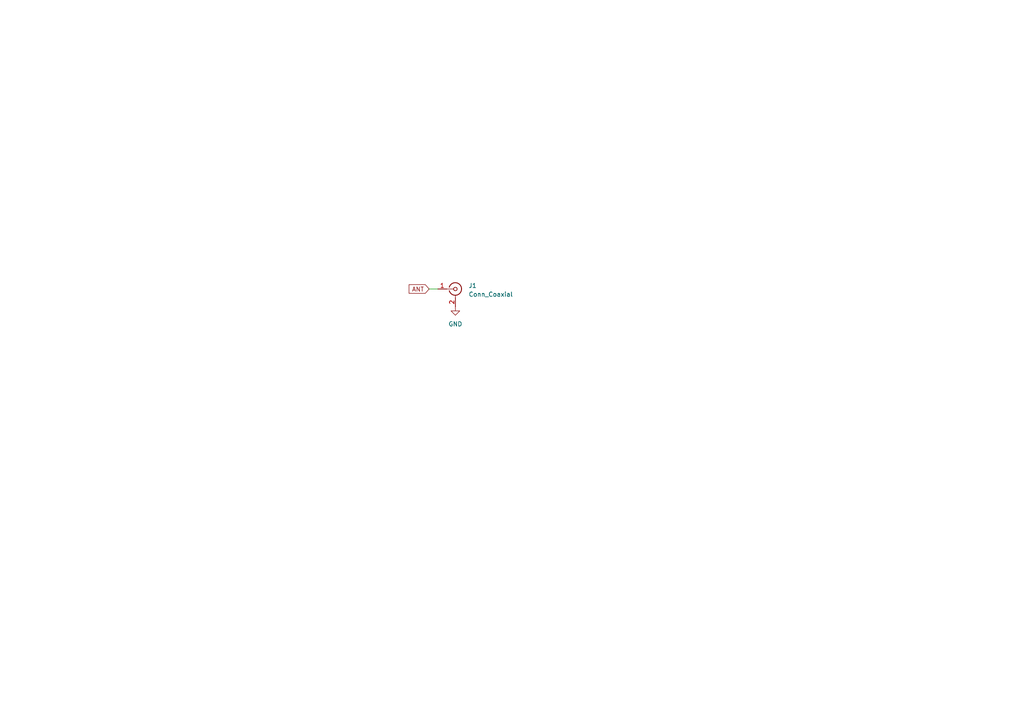
<source format=kicad_sch>
(kicad_sch (version 20231120) (generator "eeschema") (generator_version "8.0")
  (paper "A4")
  (lib_symbols
    (symbol "Connector:Conn_Coaxial" (pin_names (offset 1.016) hide)
      (property "Reference" "J" (at 0.254 3.048 0))
      (property "Value" "Conn_Coaxial" (at 2.921 0 90))
      (symbol "Conn_Coaxial_0_1"
        (arc (start -1.778 -0.508) (mid 0.2311 -1.8066) (end 1.778 0) (stroke (width 0.254)))
        (polyline (pts (xy -2.54 0) (xy -0.508 0)))
        (polyline (pts (xy 0 -2.54) (xy 0 -1.778)))
        (circle (center 0 0) (radius 0.508) (stroke (width 0.2032)))
        (arc (start 1.778 0) (mid 0.2099 1.8101) (end -1.778 0.508) (stroke (width 0.254)))
      )
      (symbol "Conn_Coaxial_1_1"
        (pin passive line (at -5.08 0 0) (length 2.54) (name "In") (number "1"))
        (pin passive line (at 0 -5.08 90) (length 2.54) (name "Ext") (number "2"))
      )
    )
    (symbol "power:GND" (power) (pin_numbers hide) (pin_names (offset 0) hide)
      (property "Value" "GND" (at 0 -3.81 0))
      (symbol "GND_0_1"
        (polyline (pts (xy 0 0) (xy 0 -1.27) (xy 1.27 -1.27) (xy 0 -2.54) (xy -1.27 -1.27) (xy 0 -1.27)))
      )
      (symbol "GND_1_1"
        (pin power_in line (at 0 0 270) (length 0) (name "~") (number "1"))
      )
    )
  )
  (wire (pts (xy 124.46 83.82) (xy 127 83.82)))
  (global_label "ANT" (shape input) (at 124.46 83.82 180) (property "Intersheetrefs" "${INTERSHEET_REFS}" (effects (hide yes))))
  (symbol (lib_id "power:GND") (at 132.08 88.9 0) (unit 1)
    (property "Reference" "#PWR01" (effects (hide yes)))
    (property "Value" "GND" (at 132.08 93.98 0))
    (property "Description" "Power symbol creates a global label with name \"GND\" , ground" (effects (hide yes)))
  )
  (symbol (lib_id "Connector:Conn_Coaxial") (at 132.08 83.82 0) (unit 1)
    (property "Reference" "J1" (at 135.89 82.8431 0) (effects (justify left)))
    (property "Value" "Conn_Coaxial" (at 135.89 85.3831 0) (effects (justify left)))
    (property "Footprint" "Connector_Coaxial:SMA_Samtec_SMA-J-P-X-ST-EM1_EdgeMount" (effects (hide yes)))
    (property "Datasheet" " ~" (effects (hide yes)))
    (property "Description" "coaxial connector (BNC, SMA, SMB, SMC, Cinch/RCA, LEMO, ...)" (effects (hide yes)))
  )
)
</source>
